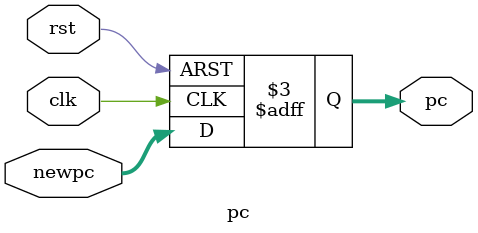
<source format=v>
`timescale 1ns / 1ps


module pc(clk, rst, newpc, pc);
    input clk;              // 时钟
    input rst;              // 复位信号
    input [31:0] newpc;    // 更新的pc�?
    output reg [31:0]pc;    // pc

    initial pc = 32'h0;
    
    always @(posedge clk or posedge rst) begin
        if(rst) begin
            pc <= 32'b0;
        end
        else begin
            pc <= newpc;
        end
    end



    
endmodule

</source>
